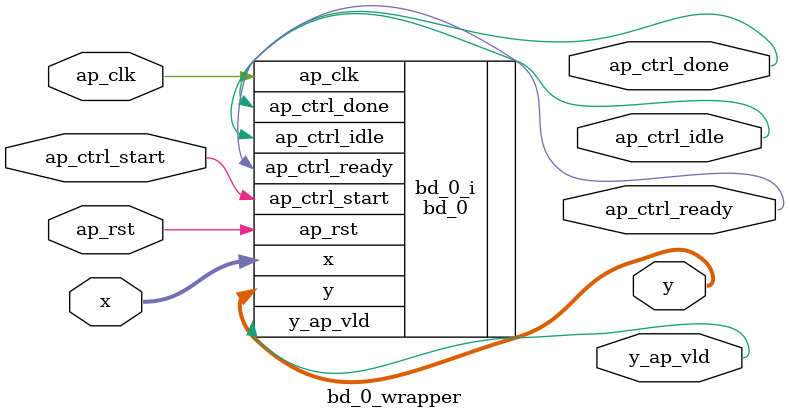
<source format=v>
`timescale 1 ps / 1 ps

module bd_0_wrapper
   (ap_clk,
    ap_ctrl_done,
    ap_ctrl_idle,
    ap_ctrl_ready,
    ap_ctrl_start,
    ap_rst,
    x,
    y,
    y_ap_vld);
  input ap_clk;
  output ap_ctrl_done;
  output ap_ctrl_idle;
  output ap_ctrl_ready;
  input ap_ctrl_start;
  input ap_rst;
  input [31:0]x;
  output [31:0]y;
  output y_ap_vld;

  wire ap_clk;
  wire ap_ctrl_done;
  wire ap_ctrl_idle;
  wire ap_ctrl_ready;
  wire ap_ctrl_start;
  wire ap_rst;
  wire [31:0]x;
  wire [31:0]y;
  wire y_ap_vld;

  bd_0 bd_0_i
       (.ap_clk(ap_clk),
        .ap_ctrl_done(ap_ctrl_done),
        .ap_ctrl_idle(ap_ctrl_idle),
        .ap_ctrl_ready(ap_ctrl_ready),
        .ap_ctrl_start(ap_ctrl_start),
        .ap_rst(ap_rst),
        .x(x),
        .y(y),
        .y_ap_vld(y_ap_vld));
endmodule

</source>
